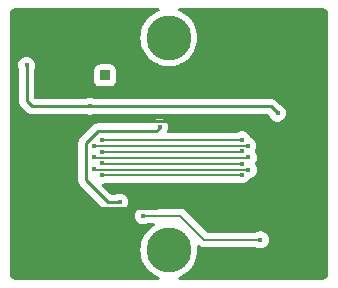
<source format=gbr>
%TF.GenerationSoftware,KiCad,Pcbnew,(6.0.7)*%
%TF.CreationDate,2025-07-27T15:57:52+08:00*%
%TF.ProjectId,Rotary_Encoder_AS5048A_V8,526f7461-7279-45f4-956e-636f6465725f,rev?*%
%TF.SameCoordinates,PXbebc200PY5f5e100*%
%TF.FileFunction,Copper,L2,Bot*%
%TF.FilePolarity,Positive*%
%FSLAX46Y46*%
G04 Gerber Fmt 4.6, Leading zero omitted, Abs format (unit mm)*
G04 Created by KiCad (PCBNEW (6.0.7)) date 2025-07-27 15:57:52*
%MOMM*%
%LPD*%
G01*
G04 APERTURE LIST*
%TA.AperFunction,ComponentPad*%
%ADD10C,3.800000*%
%TD*%
%TA.AperFunction,ComponentPad*%
%ADD11R,0.850000X0.850000*%
%TD*%
%TA.AperFunction,ViaPad*%
%ADD12C,0.400000*%
%TD*%
%TA.AperFunction,Conductor*%
%ADD13C,0.250000*%
%TD*%
%TA.AperFunction,Conductor*%
%ADD14C,0.210000*%
%TD*%
%TA.AperFunction,Conductor*%
%ADD15C,0.200000*%
%TD*%
G04 APERTURE END LIST*
D10*
%TO.P,REF\u002A\u002A,1*%
%TO.N,N/C*%
X0Y9002500D03*
%TD*%
D11*
%TO.P,J2,1,Pin_1*%
%TO.N,Net-(J2-Pad1)*%
X-5400000Y5800000D03*
%TD*%
D10*
%TO.P,REF\u002A\u002A,1*%
%TO.N,N/C*%
X0Y-8997500D03*
%TD*%
%TO.P,,1*%
%TO.N,N/C*%
X0Y9002500D03*
%TD*%
%TO.P,,1*%
%TO.N,N/C*%
X0Y-8997500D03*
%TD*%
D12*
%TO.N,GND*%
X10610000Y2830000D03*
%TO.N,/3V3*%
X-780000Y1430000D03*
%TO.N,GND*%
X9360000Y-4370000D03*
X-6615000Y-5415000D03*
X-920000Y-5210000D03*
%TO.N,/3V3*%
X-4170000Y-4920000D03*
%TO.N,GND*%
X-10622500Y1332500D03*
X-11340000Y-2960000D03*
%TO.N,/CS6*%
X-6370000Y-2140000D03*
X6740000Y-2180000D03*
%TO.N,/CS5*%
X6170000Y-1660000D03*
X-5650000Y-1640000D03*
%TO.N,/5V_reg*%
X-12050000Y6650000D03*
%TO.N,/CS*%
X-2150000Y-6080000D03*
X7750000Y-8110000D03*
%TO.N,/5V_reg*%
X-6670000Y3190000D03*
X9200000Y2600000D03*
%TO.N,/CS7*%
X-5700000Y-2660000D03*
X6150000Y-2630000D03*
%TO.N,/CS4*%
X6730000Y-1140000D03*
X-6340000Y-1140000D03*
%TO.N,/CS3*%
X6180000Y-620000D03*
X-5620000Y-650000D03*
%TO.N,/CS2*%
X-6330000Y-160000D03*
X6690000Y-160000D03*
%TO.N,/CS1*%
X6200000Y350000D03*
X-5650000Y350000D03*
%TD*%
D13*
%TO.N,GND*%
X-10030000Y1925000D02*
X-10622500Y1332500D01*
X675000Y1925000D02*
X-10030000Y1925000D01*
X10620000Y1880000D02*
X10240000Y1500000D01*
X1100000Y1500000D02*
X675000Y1925000D01*
X10620000Y2820000D02*
X10620000Y1880000D01*
X10240000Y1500000D02*
X1100000Y1500000D01*
X10610000Y2830000D02*
X10620000Y2820000D01*
%TO.N,/3V3*%
X-5180000Y-4920000D02*
X-4170000Y-4920000D01*
X-7030000Y70000D02*
X-7030000Y-3070000D01*
X-7030000Y-3070000D02*
X-5180000Y-4920000D01*
X-6000000Y1100000D02*
X-7030000Y70000D01*
X-1070000Y1100000D02*
X-6000000Y1100000D01*
X-780000Y1390000D02*
X-1070000Y1100000D01*
X-780000Y1430000D02*
X-780000Y1390000D01*
%TO.N,GND*%
X8520000Y-5210000D02*
X9360000Y-4370000D01*
X-920000Y-5210000D02*
X8520000Y-5210000D01*
X-6615000Y-5415000D02*
X-8885000Y-5415000D01*
X-8885000Y-5415000D02*
X-11340000Y-2960000D01*
X-1125000Y-5415000D02*
X-6615000Y-5415000D01*
X-920000Y-5210000D02*
X-1125000Y-5415000D01*
X-11340000Y615000D02*
X-10622500Y1332500D01*
X-11340000Y-2960000D02*
X-11340000Y615000D01*
D14*
%TO.N,/CS7*%
X6120000Y-2660000D02*
X6150000Y-2630000D01*
X-5700000Y-2660000D02*
X6120000Y-2660000D01*
D15*
%TO.N,/CS6*%
X-6330000Y-2180000D02*
X6740000Y-2180000D01*
X-6370000Y-2140000D02*
X-6330000Y-2180000D01*
%TO.N,/CS5*%
X-5650000Y-1640000D02*
X-5630000Y-1660000D01*
X-5630000Y-1660000D02*
X6170000Y-1660000D01*
%TO.N,/CS*%
X2980000Y-8110000D02*
X950000Y-6080000D01*
X7750000Y-8110000D02*
X2980000Y-8110000D01*
X950000Y-6080000D02*
X-2150000Y-6080000D01*
D14*
%TO.N,/CS1*%
X6150000Y300000D02*
X6200000Y350000D01*
X-5600000Y300000D02*
X6150000Y300000D01*
X-5650000Y350000D02*
X-5600000Y300000D01*
%TO.N,/CS4*%
X6720000Y-1150000D02*
X6730000Y-1140000D01*
X-6330000Y-1150000D02*
X6720000Y-1150000D01*
X-6340000Y-1140000D02*
X-6330000Y-1150000D01*
%TO.N,/CS3*%
X6150000Y-650000D02*
X-5620000Y-650000D01*
X6180000Y-620000D02*
X6150000Y-650000D01*
%TO.N,/CS2*%
X6680000Y-150000D02*
X-6320000Y-150000D01*
X-6320000Y-150000D02*
X-6330000Y-160000D01*
X6690000Y-160000D02*
X6680000Y-150000D01*
D13*
%TO.N,/5V_reg*%
X-12050000Y3620000D02*
X-12050000Y6650000D01*
X-11620000Y3190000D02*
X-12050000Y3620000D01*
X-6670000Y3190000D02*
X-11620000Y3190000D01*
X8610000Y3190000D02*
X9200000Y2600000D01*
X-6670000Y3190000D02*
X8610000Y3190000D01*
%TD*%
%TA.AperFunction,Conductor*%
%TO.N,GND*%
G36*
X-842208Y11473998D02*
G01*
X-795715Y11420342D01*
X-785611Y11350068D01*
X-815105Y11285488D01*
X-863945Y11250848D01*
X-1023843Y11187540D01*
X-1023848Y11187538D01*
X-1027517Y11186085D01*
X-1030985Y11184179D01*
X-1030986Y11184178D01*
X-1289106Y11042274D01*
X-1293090Y11040084D01*
X-1538271Y10861950D01*
X-1759192Y10654492D01*
X-1952370Y10420980D01*
X-2114758Y10165098D01*
X-2243794Y9890881D01*
X-2337445Y9602654D01*
X-2394233Y9304962D01*
X-2413262Y9002500D01*
X-2394233Y8700038D01*
X-2337445Y8402346D01*
X-2243794Y8114119D01*
X-2114758Y7839902D01*
X-1952370Y7584020D01*
X-1759192Y7350508D01*
X-1538271Y7143050D01*
X-1293090Y6964916D01*
X-1027517Y6818915D01*
X-1023848Y6817462D01*
X-1023843Y6817460D01*
X-749409Y6708804D01*
X-745739Y6707351D01*
X-452200Y6631984D01*
X-151530Y6594000D01*
X151530Y6594000D01*
X452200Y6631984D01*
X745739Y6707351D01*
X749409Y6708804D01*
X1023843Y6817460D01*
X1023848Y6817462D01*
X1027517Y6818915D01*
X1293090Y6964916D01*
X1538271Y7143050D01*
X1759192Y7350508D01*
X1952370Y7584020D01*
X2114758Y7839902D01*
X2243794Y8114119D01*
X2337445Y8402346D01*
X2394233Y8700038D01*
X2413262Y9002500D01*
X2394233Y9304962D01*
X2337445Y9602654D01*
X2243794Y9890881D01*
X2114758Y10165098D01*
X1952370Y10420980D01*
X1759192Y10654492D01*
X1538271Y10861950D01*
X1293090Y11040084D01*
X1289107Y11042274D01*
X1030986Y11184178D01*
X1030985Y11184179D01*
X1027517Y11186085D01*
X1023848Y11187538D01*
X1023843Y11187540D01*
X863945Y11250848D01*
X807971Y11294523D01*
X784495Y11361526D01*
X800971Y11430584D01*
X852167Y11479773D01*
X910329Y11494000D01*
X12950633Y11494000D01*
X12970018Y11492500D01*
X12984852Y11490190D01*
X12984855Y11490190D01*
X12993724Y11488809D01*
X13002626Y11489973D01*
X13002750Y11489989D01*
X13033192Y11490260D01*
X13040621Y11489423D01*
X13095264Y11483266D01*
X13122771Y11476987D01*
X13199853Y11450015D01*
X13225274Y11437773D01*
X13294426Y11394322D01*
X13316485Y11376730D01*
X13374230Y11318985D01*
X13391822Y11296926D01*
X13435273Y11227774D01*
X13447515Y11202353D01*
X13474487Y11125272D01*
X13480766Y11097764D01*
X13487018Y11042274D01*
X13486923Y11026632D01*
X13487800Y11026621D01*
X13487690Y11017649D01*
X13486309Y11008776D01*
X13487473Y10999874D01*
X13487473Y10999872D01*
X13490436Y10977217D01*
X13491500Y10960879D01*
X13491500Y-10948133D01*
X13490000Y-10967518D01*
X13486309Y-10991224D01*
X13487473Y-11000126D01*
X13487489Y-11000250D01*
X13487760Y-11030692D01*
X13485430Y-11051370D01*
X13480766Y-11092764D01*
X13474487Y-11120271D01*
X13447515Y-11197353D01*
X13435273Y-11222774D01*
X13391822Y-11291926D01*
X13374230Y-11313985D01*
X13316485Y-11371730D01*
X13294426Y-11389322D01*
X13225274Y-11432773D01*
X13199853Y-11445015D01*
X13122772Y-11471987D01*
X13095264Y-11478266D01*
X13039774Y-11484518D01*
X13024132Y-11484423D01*
X13024121Y-11485300D01*
X13015149Y-11485190D01*
X13006276Y-11483809D01*
X12997374Y-11484973D01*
X12997372Y-11484973D01*
X12986385Y-11486410D01*
X12974714Y-11487936D01*
X12958379Y-11489000D01*
X910329Y-11489000D01*
X842208Y-11468998D01*
X795715Y-11415342D01*
X785611Y-11345068D01*
X815105Y-11280488D01*
X863945Y-11245848D01*
X1023843Y-11182540D01*
X1023848Y-11182538D01*
X1027517Y-11181085D01*
X1138135Y-11120272D01*
X1289618Y-11036993D01*
X1289621Y-11036991D01*
X1293090Y-11035084D01*
X1538271Y-10856950D01*
X1759192Y-10649492D01*
X1952370Y-10415980D01*
X2114758Y-10160098D01*
X2243794Y-9885881D01*
X2337445Y-9597654D01*
X2394233Y-9299962D01*
X2413262Y-8997500D01*
X2401920Y-8817220D01*
X2394482Y-8698994D01*
X2394482Y-8698992D01*
X2394233Y-8695038D01*
X2394886Y-8694997D01*
X2405689Y-8628065D01*
X2453099Y-8575218D01*
X2521555Y-8556393D01*
X2589321Y-8577565D01*
X2596088Y-8582412D01*
X2673124Y-8641524D01*
X2821149Y-8702838D01*
X2980000Y-8723751D01*
X3011699Y-8719578D01*
X3028144Y-8718500D01*
X7353814Y-8718500D01*
X7413936Y-8733769D01*
X7487268Y-8773585D01*
X7653139Y-8817101D01*
X7740586Y-8818474D01*
X7817003Y-8819675D01*
X7817006Y-8819675D01*
X7824602Y-8819794D01*
X7832006Y-8818098D01*
X7832008Y-8818098D01*
X7894846Y-8803706D01*
X7991759Y-8781510D01*
X8144958Y-8704459D01*
X8150729Y-8699530D01*
X8150732Y-8699528D01*
X8269578Y-8598023D01*
X8275355Y-8593089D01*
X8375424Y-8453830D01*
X8439385Y-8294720D01*
X8463547Y-8124947D01*
X8463704Y-8110000D01*
X8443102Y-7939758D01*
X8403481Y-7834902D01*
X8385171Y-7786447D01*
X8382487Y-7779344D01*
X8285357Y-7638019D01*
X8279686Y-7632966D01*
X8162993Y-7528996D01*
X8162990Y-7528994D01*
X8157321Y-7523943D01*
X8005769Y-7443700D01*
X7988196Y-7439286D01*
X7846822Y-7403775D01*
X7846818Y-7403775D01*
X7839451Y-7401924D01*
X7831852Y-7401884D01*
X7831850Y-7401884D01*
X7760394Y-7401510D01*
X7667969Y-7401026D01*
X7660589Y-7402798D01*
X7660587Y-7402798D01*
X7508602Y-7439286D01*
X7508598Y-7439287D01*
X7501223Y-7441058D01*
X7422872Y-7481498D01*
X7411309Y-7487466D01*
X7353519Y-7501500D01*
X3284239Y-7501500D01*
X3216118Y-7481498D01*
X3195144Y-7464595D01*
X1414315Y-5683766D01*
X1403448Y-5671375D01*
X1389013Y-5652563D01*
X1383987Y-5646013D01*
X1352075Y-5621526D01*
X1352072Y-5621523D01*
X1335300Y-5608653D01*
X1263429Y-5553504D01*
X1263427Y-5553503D01*
X1256876Y-5548476D01*
X1108851Y-5487162D01*
X1100664Y-5486084D01*
X1100663Y-5486084D01*
X1089458Y-5484609D01*
X1058262Y-5480502D01*
X989885Y-5471500D01*
X989882Y-5471500D01*
X989874Y-5471499D01*
X958189Y-5467328D01*
X950000Y-5466250D01*
X918307Y-5470422D01*
X901864Y-5471500D01*
X-1753768Y-5471500D01*
X-1812724Y-5456856D01*
X-1894231Y-5413700D01*
X-1936475Y-5403089D01*
X-2053178Y-5373775D01*
X-2053182Y-5373775D01*
X-2060549Y-5371924D01*
X-2068148Y-5371884D01*
X-2068150Y-5371884D01*
X-2139606Y-5371510D01*
X-2232031Y-5371026D01*
X-2239411Y-5372798D01*
X-2239413Y-5372798D01*
X-2391398Y-5409286D01*
X-2391402Y-5409287D01*
X-2398777Y-5411058D01*
X-2551161Y-5489709D01*
X-2680385Y-5602439D01*
X-2778990Y-5742739D01*
X-2841282Y-5902509D01*
X-2863665Y-6072526D01*
X-2844847Y-6242975D01*
X-2785915Y-6404015D01*
X-2690270Y-6546349D01*
X-2563435Y-6661760D01*
X-2412732Y-6743585D01*
X-2246861Y-6787101D01*
X-2159414Y-6788474D01*
X-2082997Y-6789675D01*
X-2082994Y-6789675D01*
X-2075398Y-6789794D01*
X-2067994Y-6788098D01*
X-2067992Y-6788098D01*
X-1954733Y-6762158D01*
X-1908241Y-6751510D01*
X-1809671Y-6701935D01*
X-1753058Y-6688500D01*
X-1290123Y-6688500D01*
X-1222002Y-6708502D01*
X-1175509Y-6762158D01*
X-1165405Y-6832432D01*
X-1194899Y-6897012D01*
X-1229422Y-6924914D01*
X-1293090Y-6959916D01*
X-1538271Y-7138050D01*
X-1759192Y-7345508D01*
X-1952370Y-7579020D01*
X-2114758Y-7834902D01*
X-2243794Y-8109119D01*
X-2337445Y-8397346D01*
X-2394233Y-8695038D01*
X-2413262Y-8997500D01*
X-2394233Y-9299962D01*
X-2337445Y-9597654D01*
X-2243794Y-9885881D01*
X-2114758Y-10160098D01*
X-1952370Y-10415980D01*
X-1759192Y-10649492D01*
X-1538271Y-10856950D01*
X-1293090Y-11035084D01*
X-1289621Y-11036991D01*
X-1289618Y-11036993D01*
X-1138135Y-11120272D01*
X-1027517Y-11181085D01*
X-1023848Y-11182538D01*
X-1023843Y-11182540D01*
X-863945Y-11245848D01*
X-807971Y-11289523D01*
X-784495Y-11356526D01*
X-800971Y-11425584D01*
X-852167Y-11474773D01*
X-910329Y-11489000D01*
X-12950633Y-11489000D01*
X-12970018Y-11487500D01*
X-12984852Y-11485190D01*
X-12984855Y-11485190D01*
X-12993724Y-11483809D01*
X-13002626Y-11484973D01*
X-13002750Y-11484989D01*
X-13033192Y-11485260D01*
X-13053870Y-11482930D01*
X-13095264Y-11478266D01*
X-13122771Y-11471987D01*
X-13199853Y-11445015D01*
X-13225274Y-11432773D01*
X-13294426Y-11389322D01*
X-13316485Y-11371730D01*
X-13374230Y-11313985D01*
X-13391822Y-11291926D01*
X-13435273Y-11222774D01*
X-13447515Y-11197353D01*
X-13474487Y-11120272D01*
X-13480766Y-11092766D01*
X-13486830Y-11038951D01*
X-13487112Y-11014140D01*
X-13486424Y-11010052D01*
X-13486271Y-10997500D01*
X-13490227Y-10969876D01*
X-13491500Y-10952014D01*
X-13491500Y90057D01*
X-7668220Y90057D01*
X-7667474Y82165D01*
X-7664059Y46039D01*
X-7663500Y34181D01*
X-7663500Y-2991233D01*
X-7664027Y-3002416D01*
X-7665702Y-3009909D01*
X-7665453Y-3017835D01*
X-7665453Y-3017836D01*
X-7663562Y-3077986D01*
X-7663500Y-3081945D01*
X-7663500Y-3109856D01*
X-7663003Y-3113790D01*
X-7663003Y-3113791D01*
X-7662995Y-3113856D01*
X-7662062Y-3125693D01*
X-7660673Y-3169889D01*
X-7655022Y-3189339D01*
X-7651013Y-3208700D01*
X-7648474Y-3228797D01*
X-7645555Y-3236168D01*
X-7645555Y-3236170D01*
X-7632196Y-3269912D01*
X-7628351Y-3281142D01*
X-7623425Y-3298098D01*
X-7616018Y-3323593D01*
X-7611985Y-3330412D01*
X-7611983Y-3330417D01*
X-7605707Y-3341028D01*
X-7597012Y-3358776D01*
X-7589552Y-3377617D01*
X-7584890Y-3384033D01*
X-7584890Y-3384034D01*
X-7563564Y-3413387D01*
X-7557048Y-3423307D01*
X-7534542Y-3461362D01*
X-7520221Y-3475683D01*
X-7507381Y-3490716D01*
X-7495472Y-3507107D01*
X-7489366Y-3512158D01*
X-7461395Y-3535298D01*
X-7452616Y-3543288D01*
X-5683652Y-5312253D01*
X-5676112Y-5320539D01*
X-5672000Y-5327018D01*
X-5666223Y-5332443D01*
X-5622349Y-5373643D01*
X-5619507Y-5376398D01*
X-5599770Y-5396135D01*
X-5596573Y-5398615D01*
X-5587553Y-5406318D01*
X-5555321Y-5436586D01*
X-5548375Y-5440405D01*
X-5548372Y-5440407D01*
X-5537566Y-5446348D01*
X-5521047Y-5457199D01*
X-5505041Y-5469614D01*
X-5497772Y-5472759D01*
X-5497768Y-5472762D01*
X-5464463Y-5487174D01*
X-5453813Y-5492391D01*
X-5415060Y-5513695D01*
X-5398795Y-5517871D01*
X-5395438Y-5518733D01*
X-5376733Y-5525137D01*
X-5358145Y-5533181D01*
X-5350322Y-5534420D01*
X-5350312Y-5534423D01*
X-5314476Y-5540099D01*
X-5302856Y-5542505D01*
X-5267711Y-5551528D01*
X-5260030Y-5553500D01*
X-5239776Y-5553500D01*
X-5220066Y-5555051D01*
X-5200057Y-5558220D01*
X-5192165Y-5557474D01*
X-5156039Y-5554059D01*
X-5144181Y-5553500D01*
X-4520142Y-5553500D01*
X-4460021Y-5568769D01*
X-4439408Y-5579961D01*
X-4439403Y-5579963D01*
X-4432732Y-5583585D01*
X-4266861Y-5627101D01*
X-4179414Y-5628474D01*
X-4102997Y-5629675D01*
X-4102994Y-5629675D01*
X-4095398Y-5629794D01*
X-4087994Y-5628098D01*
X-4087992Y-5628098D01*
X-4025154Y-5613706D01*
X-3928241Y-5591510D01*
X-3775042Y-5514459D01*
X-3769271Y-5509530D01*
X-3769268Y-5509528D01*
X-3650422Y-5408023D01*
X-3644645Y-5403089D01*
X-3544576Y-5263830D01*
X-3480615Y-5104720D01*
X-3456453Y-4934947D01*
X-3456296Y-4920000D01*
X-3476898Y-4749758D01*
X-3537513Y-4589344D01*
X-3634643Y-4448019D01*
X-3640314Y-4442966D01*
X-3757007Y-4338996D01*
X-3757010Y-4338994D01*
X-3762679Y-4333943D01*
X-3914231Y-4253700D01*
X-3924749Y-4251058D01*
X-4073178Y-4213775D01*
X-4073182Y-4213775D01*
X-4080549Y-4211924D01*
X-4088148Y-4211884D01*
X-4088150Y-4211884D01*
X-4159606Y-4211510D01*
X-4252031Y-4211026D01*
X-4259411Y-4212798D01*
X-4259413Y-4212798D01*
X-4411398Y-4249286D01*
X-4411402Y-4249287D01*
X-4418777Y-4251058D01*
X-4448691Y-4266498D01*
X-4460254Y-4272466D01*
X-4518044Y-4286500D01*
X-4865405Y-4286500D01*
X-4933526Y-4266498D01*
X-4954500Y-4249595D01*
X-5634308Y-3569787D01*
X-5668334Y-3507475D01*
X-5663269Y-3436660D01*
X-5620722Y-3379824D01*
X-5573343Y-3357872D01*
X-5465642Y-3333205D01*
X-5458241Y-3331510D01*
X-5369613Y-3286935D01*
X-5313000Y-3273500D01*
X5818276Y-3273500D01*
X5873399Y-3287499D01*
X5873531Y-3287165D01*
X5876123Y-3288191D01*
X5878398Y-3288769D01*
X5887268Y-3293585D01*
X6053139Y-3337101D01*
X6140586Y-3338474D01*
X6217003Y-3339675D01*
X6217006Y-3339675D01*
X6224602Y-3339794D01*
X6232006Y-3338098D01*
X6232008Y-3338098D01*
X6328566Y-3315983D01*
X6391759Y-3301510D01*
X6544958Y-3224459D01*
X6550729Y-3219530D01*
X6550732Y-3219528D01*
X6669578Y-3118023D01*
X6675355Y-3113089D01*
X6775424Y-2973830D01*
X6784091Y-2952271D01*
X6828057Y-2896528D01*
X6872867Y-2876450D01*
X6981759Y-2851510D01*
X7134958Y-2774459D01*
X7140729Y-2769530D01*
X7140732Y-2769528D01*
X7259578Y-2668023D01*
X7265355Y-2663089D01*
X7365424Y-2523830D01*
X7429385Y-2364720D01*
X7453547Y-2194947D01*
X7453704Y-2180000D01*
X7433102Y-2009758D01*
X7372487Y-1849344D01*
X7285901Y-1723360D01*
X7263801Y-1655892D01*
X7281686Y-1587185D01*
X7287413Y-1578476D01*
X7355424Y-1483830D01*
X7419385Y-1324720D01*
X7443547Y-1154947D01*
X7443704Y-1140000D01*
X7423102Y-969758D01*
X7362487Y-809344D01*
X7282313Y-692690D01*
X7260213Y-625221D01*
X7278098Y-556514D01*
X7283831Y-547796D01*
X7310992Y-509998D01*
X7310993Y-509997D01*
X7315424Y-503830D01*
X7379385Y-344720D01*
X7403547Y-174947D01*
X7403704Y-160000D01*
X7383102Y10242D01*
X7374057Y34181D01*
X7325171Y163553D01*
X7322487Y170656D01*
X7264230Y255420D01*
X7229659Y305722D01*
X7229658Y305724D01*
X7225357Y311981D01*
X7189642Y343802D01*
X7102993Y421004D01*
X7102990Y421006D01*
X7097321Y426057D01*
X6945769Y506300D01*
X6942182Y507201D01*
X6887074Y549279D01*
X6870792Y579285D01*
X6835171Y673553D01*
X6832487Y680656D01*
X6735357Y821981D01*
X6729686Y827034D01*
X6612993Y931004D01*
X6612990Y931006D01*
X6607321Y936057D01*
X6599325Y940291D01*
X6462481Y1012746D01*
X6462482Y1012746D01*
X6455769Y1016300D01*
X6438196Y1020714D01*
X6296822Y1056225D01*
X6296818Y1056225D01*
X6289451Y1058076D01*
X6281852Y1058116D01*
X6281850Y1058116D01*
X6210394Y1058490D01*
X6117969Y1058974D01*
X6110589Y1057202D01*
X6110587Y1057202D01*
X5958602Y1020714D01*
X5958598Y1020713D01*
X5951223Y1018942D01*
X5798839Y940291D01*
X5793114Y935297D01*
X5793101Y935288D01*
X5722278Y913500D01*
X-37537Y913500D01*
X-105658Y933502D01*
X-152151Y987158D01*
X-162255Y1057432D01*
X-154445Y1086496D01*
X-93447Y1238236D01*
X-90615Y1245280D01*
X-66453Y1415053D01*
X-66296Y1430000D01*
X-70742Y1466738D01*
X-85985Y1592701D01*
X-85986Y1592704D01*
X-86898Y1600242D01*
X-90048Y1608580D01*
X-144829Y1753553D01*
X-147513Y1760656D01*
X-244643Y1901981D01*
X-250314Y1907034D01*
X-367007Y2011004D01*
X-367010Y2011006D01*
X-372679Y2016057D01*
X-380675Y2020291D01*
X-517519Y2092746D01*
X-517518Y2092746D01*
X-524231Y2096300D01*
X-541804Y2100714D01*
X-683178Y2136225D01*
X-683182Y2136225D01*
X-690549Y2138076D01*
X-698148Y2138116D01*
X-698150Y2138116D01*
X-769606Y2138490D01*
X-862031Y2138974D01*
X-869411Y2137202D01*
X-869413Y2137202D01*
X-1021398Y2100714D01*
X-1021402Y2100713D01*
X-1028777Y2098942D01*
X-1181161Y2020291D01*
X-1310385Y1907561D01*
X-1322582Y1890206D01*
X-1395083Y1787049D01*
X-1450618Y1742817D01*
X-1498170Y1733500D01*
X-5921233Y1733500D01*
X-5932416Y1734027D01*
X-5939909Y1735702D01*
X-5947835Y1735453D01*
X-5947836Y1735453D01*
X-6007999Y1733562D01*
X-6011957Y1733500D01*
X-6039856Y1733500D01*
X-6043846Y1732996D01*
X-6055680Y1732064D01*
X-6099889Y1730674D01*
X-6107503Y1728462D01*
X-6107508Y1728461D01*
X-6119341Y1725023D01*
X-6138704Y1721012D01*
X-6158797Y1718474D01*
X-6166164Y1715557D01*
X-6166169Y1715556D01*
X-6199908Y1702198D01*
X-6211135Y1698354D01*
X-6253593Y1686018D01*
X-6260419Y1681981D01*
X-6271028Y1675707D01*
X-6288776Y1667012D01*
X-6307617Y1659552D01*
X-6314033Y1654890D01*
X-6314034Y1654890D01*
X-6343387Y1633564D01*
X-6353307Y1627048D01*
X-6384535Y1608580D01*
X-6384538Y1608578D01*
X-6391362Y1604542D01*
X-6405683Y1590221D01*
X-6420716Y1577381D01*
X-6437107Y1565472D01*
X-6442157Y1559368D01*
X-6442162Y1559363D01*
X-6465293Y1531402D01*
X-6473283Y1522621D01*
X-7422258Y573647D01*
X-7430537Y566113D01*
X-7437018Y562000D01*
X-7476231Y520242D01*
X-7483643Y512349D01*
X-7486398Y509507D01*
X-7506135Y489770D01*
X-7508615Y486573D01*
X-7516318Y477553D01*
X-7546586Y445321D01*
X-7550405Y438375D01*
X-7550407Y438372D01*
X-7556348Y427566D01*
X-7567199Y411047D01*
X-7579614Y395041D01*
X-7582759Y387772D01*
X-7582762Y387768D01*
X-7597174Y354463D01*
X-7602391Y343813D01*
X-7623695Y305060D01*
X-7625666Y297385D01*
X-7625666Y297384D01*
X-7628733Y285438D01*
X-7635137Y266734D01*
X-7643181Y248145D01*
X-7644420Y240322D01*
X-7644423Y240312D01*
X-7650099Y204476D01*
X-7652505Y192856D01*
X-7660028Y163553D01*
X-7663500Y150030D01*
X-7663500Y129776D01*
X-7665051Y110066D01*
X-7668220Y90057D01*
X-13491500Y90057D01*
X-13491500Y6657474D01*
X-12763665Y6657474D01*
X-12744847Y6487025D01*
X-12742238Y6479894D01*
X-12742237Y6479892D01*
X-12691174Y6340356D01*
X-12683500Y6297055D01*
X-12683500Y3698767D01*
X-12684027Y3687584D01*
X-12685702Y3680091D01*
X-12685453Y3672165D01*
X-12685453Y3672164D01*
X-12683562Y3612014D01*
X-12683500Y3608055D01*
X-12683500Y3580144D01*
X-12683003Y3576210D01*
X-12683003Y3576209D01*
X-12682995Y3576144D01*
X-12682062Y3564307D01*
X-12680673Y3520111D01*
X-12675022Y3500661D01*
X-12671013Y3481300D01*
X-12668474Y3461203D01*
X-12665555Y3453832D01*
X-12665555Y3453830D01*
X-12652196Y3420088D01*
X-12648351Y3408858D01*
X-12636018Y3366407D01*
X-12631985Y3359588D01*
X-12631983Y3359583D01*
X-12625707Y3348972D01*
X-12617012Y3331224D01*
X-12609552Y3312383D01*
X-12604890Y3305967D01*
X-12604890Y3305966D01*
X-12583564Y3276613D01*
X-12577048Y3266693D01*
X-12554542Y3228638D01*
X-12548936Y3223031D01*
X-12540220Y3214315D01*
X-12527380Y3199282D01*
X-12515472Y3182893D01*
X-12509365Y3177841D01*
X-12481407Y3154712D01*
X-12472626Y3146722D01*
X-12123646Y2797741D01*
X-12116113Y2789463D01*
X-12112000Y2782982D01*
X-12106221Y2777555D01*
X-12106219Y2777553D01*
X-12062365Y2736373D01*
X-12059521Y2733617D01*
X-12039770Y2713865D01*
X-12036573Y2711385D01*
X-12027553Y2703682D01*
X-11995321Y2673414D01*
X-11988375Y2669595D01*
X-11988372Y2669593D01*
X-11977566Y2663652D01*
X-11961047Y2652801D01*
X-11945041Y2640386D01*
X-11937772Y2637241D01*
X-11937768Y2637238D01*
X-11904463Y2622826D01*
X-11893813Y2617609D01*
X-11855060Y2596305D01*
X-11847385Y2594334D01*
X-11847384Y2594334D01*
X-11835438Y2591267D01*
X-11816733Y2584863D01*
X-11798145Y2576819D01*
X-11790322Y2575580D01*
X-11790312Y2575577D01*
X-11754476Y2569901D01*
X-11742856Y2567495D01*
X-11707711Y2558472D01*
X-11700030Y2556500D01*
X-11679776Y2556500D01*
X-11660066Y2554949D01*
X-11640057Y2551780D01*
X-11632165Y2552526D01*
X-11596039Y2555941D01*
X-11584181Y2556500D01*
X-7020142Y2556500D01*
X-6960021Y2541231D01*
X-6939408Y2530039D01*
X-6939403Y2530037D01*
X-6932732Y2526415D01*
X-6766861Y2482899D01*
X-6679414Y2481526D01*
X-6602997Y2480325D01*
X-6602994Y2480325D01*
X-6595398Y2480206D01*
X-6587994Y2481902D01*
X-6587992Y2481902D01*
X-6525154Y2496294D01*
X-6428241Y2518490D01*
X-6379378Y2543065D01*
X-6322765Y2556500D01*
X8295406Y2556500D01*
X8363527Y2536498D01*
X8384501Y2519595D01*
X8507462Y2396634D01*
X8536693Y2350840D01*
X8564085Y2275985D01*
X8659730Y2133651D01*
X8786565Y2018240D01*
X8937268Y1936415D01*
X9103139Y1892899D01*
X9190586Y1891526D01*
X9267003Y1890325D01*
X9267006Y1890325D01*
X9274602Y1890206D01*
X9282006Y1891902D01*
X9282008Y1891902D01*
X9372174Y1912553D01*
X9441759Y1928490D01*
X9594958Y2005541D01*
X9600729Y2010470D01*
X9600732Y2010472D01*
X9719578Y2111977D01*
X9725355Y2116911D01*
X9825424Y2256170D01*
X9889385Y2415280D01*
X9898992Y2482780D01*
X9912966Y2580969D01*
X9912966Y2580973D01*
X9913547Y2585053D01*
X9913621Y2592143D01*
X9913661Y2595867D01*
X9913661Y2595873D01*
X9913704Y2600000D01*
X9899586Y2716666D01*
X9894015Y2762701D01*
X9894014Y2762704D01*
X9893102Y2770242D01*
X9890340Y2777553D01*
X9835171Y2923553D01*
X9832487Y2930656D01*
X9735357Y3071981D01*
X9651470Y3146722D01*
X9612993Y3181004D01*
X9612990Y3181006D01*
X9607321Y3186057D01*
X9455769Y3266300D01*
X9448406Y3268149D01*
X9441307Y3270875D01*
X9442331Y3273542D01*
X9396202Y3299703D01*
X9113652Y3582253D01*
X9106112Y3590539D01*
X9102000Y3597018D01*
X9052348Y3643644D01*
X9049507Y3646398D01*
X9029770Y3666135D01*
X9026573Y3668615D01*
X9017551Y3676320D01*
X8991100Y3701159D01*
X8985321Y3706586D01*
X8978375Y3710405D01*
X8978372Y3710407D01*
X8967566Y3716348D01*
X8951047Y3727199D01*
X8950583Y3727559D01*
X8935041Y3739614D01*
X8927772Y3742759D01*
X8927768Y3742762D01*
X8894463Y3757174D01*
X8883813Y3762391D01*
X8845060Y3783695D01*
X8825437Y3788733D01*
X8806734Y3795137D01*
X8795420Y3800033D01*
X8795419Y3800033D01*
X8788145Y3803181D01*
X8780322Y3804420D01*
X8780312Y3804423D01*
X8744476Y3810099D01*
X8732856Y3812505D01*
X8697711Y3821528D01*
X8697710Y3821528D01*
X8690030Y3823500D01*
X8669776Y3823500D01*
X8650065Y3825051D01*
X8637886Y3826980D01*
X8630057Y3828220D01*
X8622165Y3827474D01*
X8586039Y3824059D01*
X8574181Y3823500D01*
X-6320985Y3823500D01*
X-6379941Y3838144D01*
X-6414231Y3856300D01*
X-6431804Y3860714D01*
X-6573178Y3896225D01*
X-6573182Y3896225D01*
X-6580549Y3898076D01*
X-6588148Y3898116D01*
X-6588150Y3898116D01*
X-6659606Y3898490D01*
X-6752031Y3898974D01*
X-6759411Y3897202D01*
X-6759413Y3897202D01*
X-6911398Y3860714D01*
X-6911402Y3860713D01*
X-6918777Y3858942D01*
X-6959070Y3838145D01*
X-6960254Y3837534D01*
X-7018044Y3823500D01*
X-11290500Y3823500D01*
X-11358621Y3843502D01*
X-11405114Y3897158D01*
X-11416500Y3949500D01*
X-11416500Y5326866D01*
X-6333500Y5326866D01*
X-6326745Y5264684D01*
X-6275615Y5128295D01*
X-6188261Y5011739D01*
X-6071705Y4924385D01*
X-5935316Y4873255D01*
X-5873134Y4866500D01*
X-4926866Y4866500D01*
X-4864684Y4873255D01*
X-4728295Y4924385D01*
X-4611739Y5011739D01*
X-4524385Y5128295D01*
X-4473255Y5264684D01*
X-4466500Y5326866D01*
X-4466500Y6273134D01*
X-4473255Y6335316D01*
X-4524385Y6471705D01*
X-4611739Y6588261D01*
X-4728295Y6675615D01*
X-4864684Y6726745D01*
X-4926866Y6733500D01*
X-5873134Y6733500D01*
X-5935316Y6726745D01*
X-6071705Y6675615D01*
X-6188261Y6588261D01*
X-6275615Y6471705D01*
X-6326745Y6335316D01*
X-6333500Y6273134D01*
X-6333500Y5326866D01*
X-11416500Y5326866D01*
X-11416500Y6301881D01*
X-11407408Y6348877D01*
X-11363447Y6458236D01*
X-11360615Y6465280D01*
X-11343112Y6588261D01*
X-11337034Y6630969D01*
X-11337034Y6630973D01*
X-11336453Y6635053D01*
X-11336296Y6650000D01*
X-11345583Y6726745D01*
X-11355985Y6812701D01*
X-11355986Y6812704D01*
X-11356898Y6820242D01*
X-11417513Y6980656D01*
X-11514643Y7121981D01*
X-11520314Y7127034D01*
X-11637007Y7231004D01*
X-11637010Y7231006D01*
X-11642679Y7236057D01*
X-11650675Y7240291D01*
X-11787519Y7312746D01*
X-11787518Y7312746D01*
X-11794231Y7316300D01*
X-11811804Y7320714D01*
X-11953178Y7356225D01*
X-11953182Y7356225D01*
X-11960549Y7358076D01*
X-11968148Y7358116D01*
X-11968150Y7358116D01*
X-12039606Y7358490D01*
X-12132031Y7358974D01*
X-12139411Y7357202D01*
X-12139413Y7357202D01*
X-12291398Y7320714D01*
X-12291402Y7320713D01*
X-12298777Y7318942D01*
X-12451161Y7240291D01*
X-12580385Y7127561D01*
X-12678990Y6987261D01*
X-12741282Y6827491D01*
X-12742274Y6819958D01*
X-12742274Y6819957D01*
X-12756907Y6708804D01*
X-12763665Y6657474D01*
X-13491500Y6657474D01*
X-13491500Y10949250D01*
X-13489754Y10970155D01*
X-13487230Y10985156D01*
X-13487230Y10985159D01*
X-13486424Y10989948D01*
X-13486271Y11002500D01*
X-13486960Y11007312D01*
X-13487277Y11012173D01*
X-13486992Y11012192D01*
X-13487393Y11038951D01*
X-13480766Y11097764D01*
X-13474487Y11125271D01*
X-13447515Y11202353D01*
X-13435273Y11227774D01*
X-13391822Y11296926D01*
X-13374230Y11318985D01*
X-13316485Y11376730D01*
X-13294426Y11394322D01*
X-13225274Y11437773D01*
X-13199853Y11450015D01*
X-13122772Y11476987D01*
X-13095264Y11483266D01*
X-13039774Y11489518D01*
X-13024132Y11489423D01*
X-13024121Y11490300D01*
X-13015149Y11490190D01*
X-13006276Y11488809D01*
X-12997374Y11489973D01*
X-12997372Y11489973D01*
X-12982049Y11491977D01*
X-12974714Y11492936D01*
X-12958379Y11494000D01*
X-910329Y11494000D01*
X-842208Y11473998D01*
G37*
%TD.AperFunction*%
%TD*%
M02*

</source>
